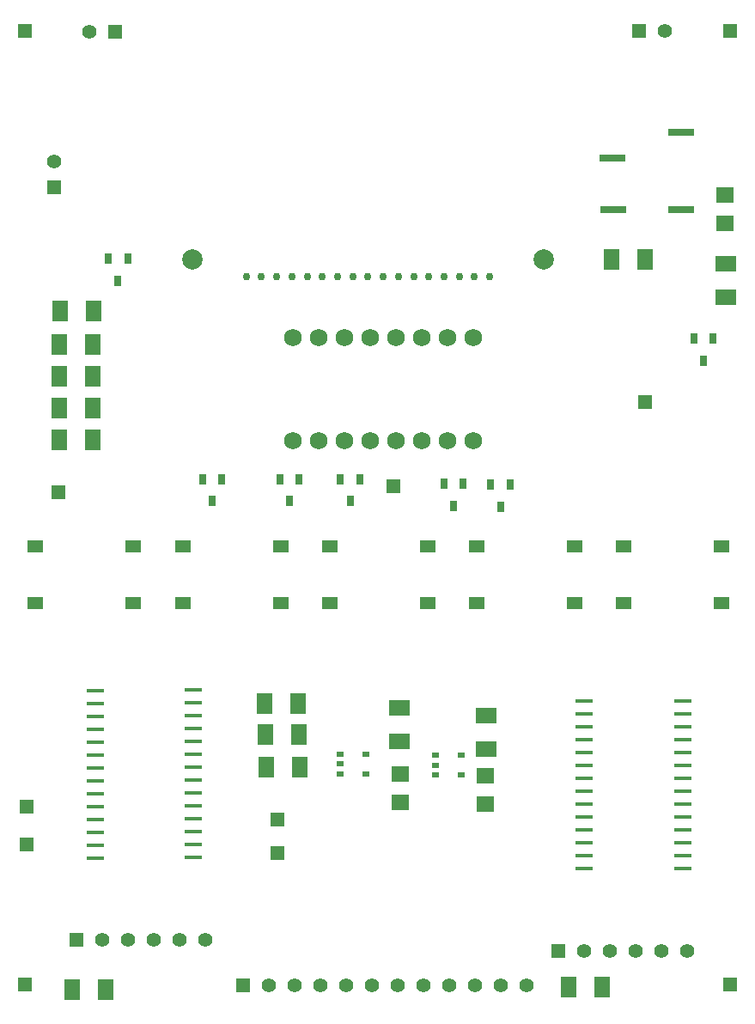
<source format=gts>
G04 (created by PCBNEW (2013-07-07 BZR 4022)-stable) date 06/03/2017 2:17:35 PM*
%MOIN*%
G04 Gerber Fmt 3.4, Leading zero omitted, Abs format*
%FSLAX34Y34*%
G01*
G70*
G90*
G04 APERTURE LIST*
%ADD10C,0.00590551*%
%ADD11R,0.104724X0.0314961*%
%ADD12R,0.0315X0.0394*%
%ADD13R,0.06X0.08*%
%ADD14R,0.08X0.06*%
%ADD15R,0.055X0.055*%
%ADD16C,0.055*%
%ADD17R,0.0610236X0.0511811*%
%ADD18R,0.0708661X0.015748*%
%ADD19C,0.0295276*%
%ADD20C,0.0787402*%
%ADD21C,0.0688976*%
%ADD22R,0.071X0.063*%
%ADD23R,0.03X0.02*%
G04 APERTURE END LIST*
G54D10*
G54D11*
X88208Y-45255D03*
X88248Y-47263D03*
X90885Y-47263D03*
X90885Y-44271D03*
G54D12*
X72677Y-58582D03*
X72302Y-57716D03*
X73052Y-57716D03*
X75669Y-58582D03*
X75294Y-57716D03*
X76044Y-57716D03*
X78031Y-58582D03*
X77656Y-57716D03*
X78406Y-57716D03*
X82047Y-58759D03*
X81672Y-57893D03*
X82422Y-57893D03*
X83858Y-58799D03*
X83483Y-57933D03*
X84233Y-57933D03*
X69015Y-50039D03*
X68640Y-49173D03*
X69390Y-49173D03*
G54D13*
X68071Y-51200D03*
X66771Y-51200D03*
G54D14*
X92598Y-50669D03*
X92598Y-49369D03*
G54D13*
X68543Y-77519D03*
X67243Y-77519D03*
X68051Y-53740D03*
X66751Y-53740D03*
X88188Y-49212D03*
X89488Y-49212D03*
X76063Y-68897D03*
X74763Y-68897D03*
X76024Y-67618D03*
X74724Y-67618D03*
X87815Y-77421D03*
X86515Y-77421D03*
X68051Y-56200D03*
X66751Y-56200D03*
X68051Y-52500D03*
X66751Y-52500D03*
X76004Y-66417D03*
X74704Y-66417D03*
G54D14*
X83307Y-66889D03*
X83307Y-68189D03*
G54D13*
X68051Y-54960D03*
X66751Y-54960D03*
G54D14*
X79940Y-66613D03*
X79940Y-67913D03*
G54D15*
X67401Y-75590D03*
G54D16*
X68401Y-75590D03*
X69401Y-75590D03*
X70401Y-75590D03*
X71401Y-75590D03*
X72401Y-75590D03*
G54D15*
X86122Y-76043D03*
G54D16*
X87122Y-76043D03*
X88122Y-76043D03*
X89122Y-76043D03*
X90122Y-76043D03*
X91122Y-76043D03*
G54D15*
X89224Y-40334D03*
G54D16*
X90224Y-40334D03*
G54D15*
X68905Y-40354D03*
G54D16*
X67905Y-40354D03*
G54D15*
X73870Y-77362D03*
G54D16*
X74870Y-77362D03*
X75870Y-77362D03*
X76870Y-77362D03*
X77870Y-77362D03*
X78870Y-77362D03*
X79870Y-77362D03*
X80870Y-77362D03*
X81870Y-77362D03*
X82870Y-77362D03*
X83870Y-77362D03*
X84870Y-77362D03*
G54D15*
X75196Y-70925D03*
X65472Y-71889D03*
X75196Y-72224D03*
X65472Y-70433D03*
G54D17*
X82942Y-60317D03*
X82942Y-62517D03*
X86742Y-62517D03*
X86742Y-60317D03*
X88651Y-60317D03*
X88651Y-62517D03*
X92451Y-62517D03*
X92451Y-60317D03*
X77233Y-60317D03*
X77233Y-62517D03*
X81033Y-62517D03*
X81033Y-60317D03*
X71525Y-60317D03*
X71525Y-62517D03*
X75325Y-62517D03*
X75325Y-60317D03*
X65816Y-60317D03*
X65816Y-62517D03*
X69616Y-62517D03*
X69616Y-60317D03*
G54D18*
X87114Y-66330D03*
X87114Y-66830D03*
X87114Y-67330D03*
X87114Y-67830D03*
X87114Y-68330D03*
X87114Y-68830D03*
X87114Y-69330D03*
X87114Y-69830D03*
X87114Y-70330D03*
X87114Y-70830D03*
X87114Y-71330D03*
X87114Y-71830D03*
X87114Y-72330D03*
X87114Y-72830D03*
X90929Y-72818D03*
X90929Y-72318D03*
X90929Y-71818D03*
X90929Y-71318D03*
X90929Y-70818D03*
X90929Y-70318D03*
X90929Y-69818D03*
X90929Y-69318D03*
X90929Y-68818D03*
X90929Y-68318D03*
X90929Y-67818D03*
X90929Y-67318D03*
X90929Y-66818D03*
X90929Y-66318D03*
X68137Y-65917D03*
X68137Y-66417D03*
X68137Y-66917D03*
X68137Y-67417D03*
X68137Y-67917D03*
X68137Y-68417D03*
X68137Y-68917D03*
X68137Y-69417D03*
X68137Y-69917D03*
X68137Y-70417D03*
X68137Y-70917D03*
X68137Y-71417D03*
X68137Y-71917D03*
X68137Y-72417D03*
X71952Y-72405D03*
X71952Y-71905D03*
X71952Y-71405D03*
X71952Y-70905D03*
X71952Y-70405D03*
X71952Y-69905D03*
X71952Y-69405D03*
X71952Y-68905D03*
X71952Y-68405D03*
X71952Y-67905D03*
X71952Y-67405D03*
X71952Y-66905D03*
X71952Y-66405D03*
X71952Y-65905D03*
G54D19*
X73996Y-49862D03*
X74586Y-49862D03*
X75177Y-49862D03*
X75767Y-49862D03*
X76358Y-49862D03*
X76948Y-49862D03*
X77539Y-49862D03*
X78129Y-49862D03*
X78720Y-49862D03*
X79311Y-49862D03*
X79901Y-49862D03*
X80492Y-49862D03*
X81082Y-49862D03*
X81673Y-49862D03*
X82263Y-49862D03*
X82854Y-49862D03*
X83444Y-49862D03*
G54D20*
X85531Y-49192D03*
X71909Y-49192D03*
G54D21*
X75799Y-56232D03*
X76799Y-56232D03*
X77799Y-56232D03*
X78799Y-56232D03*
X79799Y-56232D03*
X80799Y-56232D03*
X81799Y-56232D03*
X82799Y-56232D03*
X82799Y-52232D03*
X81799Y-52232D03*
X80799Y-52232D03*
X79799Y-52232D03*
X78799Y-52232D03*
X77799Y-52232D03*
X76799Y-52232D03*
X75799Y-52232D03*
G54D22*
X83287Y-69233D03*
X83287Y-70333D03*
X79980Y-69154D03*
X79980Y-70254D03*
X92559Y-47794D03*
X92559Y-46694D03*
G54D15*
X79704Y-58011D03*
X65413Y-77342D03*
X92775Y-77342D03*
X65413Y-40334D03*
X92775Y-40334D03*
X66692Y-58248D03*
X89468Y-54724D03*
G54D23*
X81330Y-68443D03*
X81330Y-69193D03*
X82330Y-68443D03*
X81330Y-68818D03*
X82330Y-69193D03*
X77649Y-68404D03*
X77649Y-69154D03*
X78649Y-68404D03*
X77649Y-68779D03*
X78649Y-69154D03*
G54D15*
X66555Y-46405D03*
G54D16*
X66555Y-45405D03*
G54D12*
X91732Y-53129D03*
X91357Y-52263D03*
X92107Y-52263D03*
M02*

</source>
